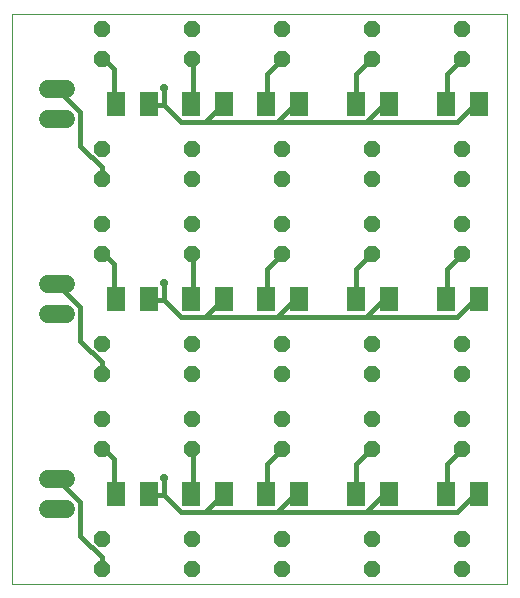
<source format=gbl>
G75*
G70*
%OFA0B0*%
%FSLAX24Y24*%
%IPPOS*%
%LPD*%
%AMOC8*
5,1,8,0,0,1.08239X$1,22.5*
%
%ADD10C,0.0000*%
%ADD11R,0.0630X0.0787*%
%ADD12OC8,0.0520*%
%ADD13C,0.0594*%
%ADD14C,0.0180*%
%ADD15C,0.0280*%
D10*
X000633Y002209D02*
X017133Y002209D01*
X017133Y021209D01*
X000633Y021209D01*
X000633Y002209D01*
D11*
X004082Y005209D03*
X005185Y005209D03*
X006582Y005209D03*
X007685Y005209D03*
X009082Y005209D03*
X010185Y005209D03*
X012082Y005209D03*
X013185Y005209D03*
X015082Y005209D03*
X016185Y005209D03*
X016185Y011709D03*
X015082Y011709D03*
X013185Y011709D03*
X012082Y011709D03*
X010185Y011709D03*
X009082Y011709D03*
X007685Y011709D03*
X006582Y011709D03*
X005185Y011709D03*
X004082Y011709D03*
X004082Y018209D03*
X005185Y018209D03*
X006582Y018209D03*
X007685Y018209D03*
X009082Y018209D03*
X010185Y018209D03*
X012082Y018209D03*
X013185Y018209D03*
X015082Y018209D03*
X016185Y018209D03*
D12*
X015633Y016709D03*
X015633Y015709D03*
X015633Y014209D03*
X015633Y013209D03*
X015633Y010209D03*
X015633Y009209D03*
X015633Y007709D03*
X015633Y006709D03*
X015633Y003709D03*
X015633Y002709D03*
X012633Y002709D03*
X012633Y003709D03*
X012633Y006709D03*
X012633Y007709D03*
X012633Y009209D03*
X012633Y010209D03*
X012633Y013209D03*
X012633Y014209D03*
X012633Y015709D03*
X012633Y016709D03*
X012633Y019709D03*
X012633Y020709D03*
X015633Y020709D03*
X015633Y019709D03*
X009633Y019709D03*
X009633Y020709D03*
X006633Y020709D03*
X006633Y019709D03*
X006633Y016709D03*
X006633Y015709D03*
X006633Y014209D03*
X006633Y013209D03*
X006633Y010209D03*
X006633Y009209D03*
X006633Y007709D03*
X006633Y006709D03*
X006633Y003709D03*
X006633Y002709D03*
X003633Y002709D03*
X003633Y003709D03*
X003633Y006709D03*
X003633Y007709D03*
X003633Y009209D03*
X003633Y010209D03*
X003633Y013209D03*
X003633Y014209D03*
X003633Y015709D03*
X003633Y016709D03*
X003633Y019709D03*
X003633Y020709D03*
X009633Y016709D03*
X009633Y015709D03*
X009633Y014209D03*
X009633Y013209D03*
X009633Y010209D03*
X009633Y009209D03*
X009633Y007709D03*
X009633Y006709D03*
X009633Y003709D03*
X009633Y002709D03*
D13*
X002430Y004709D02*
X001836Y004709D01*
X001836Y005709D02*
X002430Y005709D01*
X002430Y011209D02*
X001836Y011209D01*
X001836Y012209D02*
X002430Y012209D01*
X002430Y017709D02*
X001836Y017709D01*
X001836Y018709D02*
X002430Y018709D01*
D14*
X002173Y018649D02*
X002133Y018709D01*
X002173Y018649D02*
X002893Y017929D01*
X002893Y016809D01*
X003613Y016089D01*
X003613Y015769D01*
X003633Y015709D01*
X004082Y018209D02*
X004013Y018249D01*
X004013Y019369D01*
X003693Y019689D01*
X003633Y019709D01*
X005185Y018209D02*
X005213Y018169D01*
X005693Y018169D01*
X005693Y018729D01*
X005693Y018169D02*
X006253Y017609D01*
X007053Y017609D01*
X009453Y017609D01*
X009493Y017649D01*
X009533Y017609D01*
X012413Y017609D01*
X012453Y017649D01*
X012493Y017609D01*
X015453Y017609D01*
X016013Y018169D01*
X016173Y018169D01*
X016185Y018209D01*
X015133Y018249D02*
X015082Y018209D01*
X015133Y018249D02*
X015133Y019209D01*
X015633Y019709D01*
X013185Y018209D02*
X013133Y018169D01*
X012973Y018169D01*
X012453Y017649D01*
X012082Y018209D02*
X012093Y018249D01*
X012093Y019209D01*
X012573Y019689D01*
X012633Y019709D01*
X010185Y018209D02*
X010173Y018169D01*
X010013Y018169D01*
X009493Y017649D01*
X009082Y018209D02*
X009133Y018249D01*
X009133Y019209D01*
X009633Y019709D01*
X007685Y018209D02*
X007613Y018169D01*
X007053Y017609D01*
X006653Y018249D02*
X006582Y018209D01*
X006653Y018249D02*
X006653Y019689D01*
X006633Y019709D01*
X006633Y013209D02*
X006653Y013189D01*
X006653Y011749D01*
X006582Y011709D01*
X006253Y011109D02*
X007053Y011109D01*
X009453Y011109D01*
X009493Y011149D01*
X009533Y011109D01*
X012413Y011109D01*
X012453Y011149D01*
X012493Y011109D01*
X015453Y011109D01*
X016013Y011669D01*
X016173Y011669D01*
X016185Y011709D01*
X015133Y011749D02*
X015082Y011709D01*
X015133Y011749D02*
X015133Y012709D01*
X015633Y013209D01*
X013185Y011709D02*
X013133Y011669D01*
X012973Y011669D01*
X012453Y011149D01*
X012082Y011709D02*
X012093Y011749D01*
X012093Y012709D01*
X012573Y013189D01*
X012633Y013209D01*
X010185Y011709D02*
X010173Y011669D01*
X010013Y011669D01*
X009493Y011149D01*
X009082Y011709D02*
X009133Y011749D01*
X009133Y012709D01*
X009633Y013209D01*
X007685Y011709D02*
X007613Y011669D01*
X007053Y011109D01*
X006253Y011109D02*
X005693Y011669D01*
X005693Y012229D01*
X005693Y011669D02*
X005213Y011669D01*
X005185Y011709D01*
X004082Y011709D02*
X004013Y011749D01*
X004013Y012869D01*
X003693Y013189D01*
X003633Y013209D01*
X002173Y012149D02*
X002893Y011429D01*
X002893Y010309D01*
X003613Y009589D01*
X003613Y009269D01*
X003633Y009209D01*
X003633Y006709D02*
X003693Y006689D01*
X004013Y006369D01*
X004013Y005249D01*
X004082Y005209D01*
X005185Y005209D02*
X005213Y005169D01*
X005693Y005169D01*
X005693Y005729D01*
X005693Y005169D02*
X006253Y004609D01*
X007053Y004609D01*
X009453Y004609D01*
X009493Y004649D01*
X009533Y004609D01*
X012413Y004609D01*
X012453Y004649D01*
X012493Y004609D01*
X015453Y004609D01*
X016013Y005169D01*
X016173Y005169D01*
X016185Y005209D01*
X015133Y005249D02*
X015082Y005209D01*
X015133Y005249D02*
X015133Y006209D01*
X015633Y006709D01*
X013185Y005209D02*
X013133Y005169D01*
X012973Y005169D01*
X012453Y004649D01*
X012082Y005209D02*
X012093Y005249D01*
X012093Y006209D01*
X012573Y006689D01*
X012633Y006709D01*
X010185Y005209D02*
X010173Y005169D01*
X010013Y005169D01*
X009493Y004649D01*
X009082Y005209D02*
X009133Y005249D01*
X009133Y006209D01*
X009633Y006709D01*
X007685Y005209D02*
X007613Y005169D01*
X007053Y004609D01*
X006653Y005249D02*
X006582Y005209D01*
X006653Y005249D02*
X006653Y006689D01*
X006633Y006709D01*
X003613Y002769D02*
X003633Y002709D01*
X003613Y002769D02*
X003613Y003089D01*
X002893Y003809D01*
X002893Y004929D01*
X002173Y005649D01*
X002133Y005709D01*
X002173Y012149D02*
X002133Y012209D01*
D15*
X005693Y012229D03*
X005693Y018729D03*
X005693Y005729D03*
M02*

</source>
